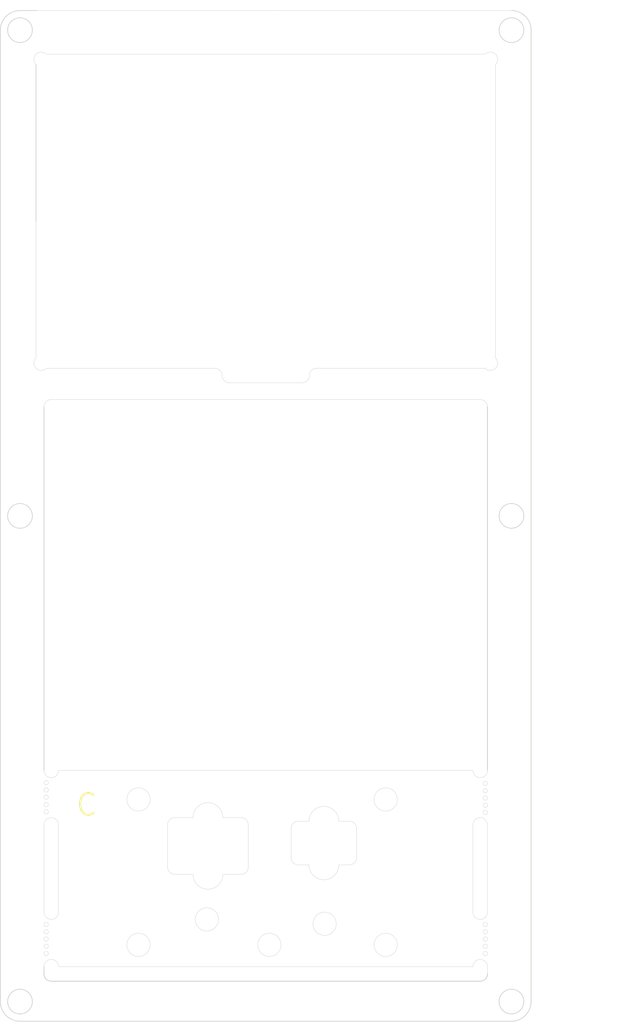
<source format=kicad_pcb>
(kicad_pcb
	(version 20241229)
	(generator "pcbnew")
	(generator_version "9.0")
	(general
		(thickness 1.6)
		(legacy_teardrops no)
	)
	(paper "A4")
	(layers
		(0 "F.Cu" signal)
		(2 "B.Cu" signal)
		(9 "F.Adhes" user "F.Adhesive")
		(11 "B.Adhes" user "B.Adhesive")
		(13 "F.Paste" user)
		(15 "B.Paste" user)
		(5 "F.SilkS" user "F.Silkscreen")
		(7 "B.SilkS" user "B.Silkscreen")
		(1 "F.Mask" user)
		(3 "B.Mask" user)
		(17 "Dwgs.User" user "User.Drawings")
		(19 "Cmts.User" user "User.Comments")
		(21 "Eco1.User" user "User.Eco1")
		(23 "Eco2.User" user "User.Eco2")
		(25 "Edge.Cuts" user)
		(27 "Margin" user)
		(31 "F.CrtYd" user "F.Courtyard")
		(29 "B.CrtYd" user "B.Courtyard")
		(35 "F.Fab" user)
		(33 "B.Fab" user)
		(39 "User.1" user)
		(41 "User.2" user)
		(43 "User.3" user)
		(45 "User.4" user)
	)
	(setup
		(stackup
			(layer "F.SilkS"
				(type "Top Silk Screen")
				(color "White")
			)
			(layer "F.Paste"
				(type "Top Solder Paste")
			)
			(layer "F.Mask"
				(type "Top Solder Mask")
				(color "Black")
				(thickness 0.01)
			)
			(layer "F.Cu"
				(type "copper")
				(thickness 0.035)
			)
			(layer "dielectric 1"
				(type "core")
				(thickness 1.51)
				(material "FR4")
				(epsilon_r 4.5)
				(loss_tangent 0.02)
			)
			(layer "B.Cu"
				(type "copper")
				(thickness 0.035)
			)
			(layer "B.Mask"
				(type "Bottom Solder Mask")
				(color "Black")
				(thickness 0.01)
			)
			(layer "B.Paste"
				(type "Bottom Solder Paste")
			)
			(layer "B.SilkS"
				(type "Bottom Silk Screen")
				(color "White")
			)
			(copper_finish "None")
			(dielectric_constraints no)
		)
		(pad_to_mask_clearance 0)
		(allow_soldermask_bridges_in_footprints no)
		(tenting front back)
		(pcbplotparams
			(layerselection 0x00000000_00000000_55555555_5755f5ff)
			(plot_on_all_layers_selection 0x00000000_00000000_00000000_00000000)
			(disableapertmacros no)
			(usegerberextensions no)
			(usegerberattributes yes)
			(usegerberadvancedattributes yes)
			(creategerberjobfile yes)
			(dashed_line_dash_ratio 12.000000)
			(dashed_line_gap_ratio 3.000000)
			(svgprecision 4)
			(plotframeref no)
			(mode 1)
			(useauxorigin no)
			(hpglpennumber 1)
			(hpglpenspeed 20)
			(hpglpendiameter 15.000000)
			(pdf_front_fp_property_popups yes)
			(pdf_back_fp_property_popups yes)
			(pdf_metadata yes)
			(pdf_single_document no)
			(dxfpolygonmode yes)
			(dxfimperialunits yes)
			(dxfusepcbnewfont yes)
			(psnegative no)
			(psa4output no)
			(plot_black_and_white yes)
			(sketchpadsonfab no)
			(plotpadnumbers no)
			(hidednponfab no)
			(sketchdnponfab yes)
			(crossoutdnponfab yes)
			(subtractmaskfromsilk no)
			(outputformat 1)
			(mirror no)
			(drillshape 1)
			(scaleselection 1)
			(outputdirectory "")
		)
	)
	(net 0 "")
	(gr_arc
		(start 105 152)
		(mid 106 151)
		(end 107 152)
		(stroke
			(width 0.05)
			(type default)
		)
		(layer "Edge.Cuts")
		(uuid "00cb8f5c-8b58-4a09-a84a-6f3dbd843d99")
	)
	(gr_arc
		(start 106.685787 46)
		(mid 108.100001 46)
		(end 108.1 47.414213)
		(stroke
			(width 0.05)
			(type default)
		)
		(layer "Edge.Cuts")
		(uuid "02ec0906-570c-4090-b39c-2e3ade564c36")
	)
	(gr_line
		(start 42.7 40)
		(end 45 40)
		(stroke
			(width 0.1)
			(type default)
		)
		(layer "Edge.Cuts")
		(uuid "03da9521-2997-45ed-8866-56ec091f66b1")
	)
	(gr_line
		(start 74.1 157.799999)
		(end 74.1 152.000001)
		(stroke
			(width 0.05)
			(type default)
		)
		(layer "Edge.Cuts")
		(uuid "05b33248-add0-47fe-bd41-191dd9a566cc")
	)
	(gr_arc
		(start 71.5 91.2)
		(mid 70.792893 90.907107)
		(end 70.5 90.2)
		(stroke
			(width 0.05)
			(type default)
		)
		(layer "Edge.Cuts")
		(uuid "075728e4-1319-4ba3-9ab1-51770e678a8e")
	)
	(gr_circle
		(center 106.7 146.3)
		(end 106.7 146)
		(stroke
			(width 0.05)
			(type default)
		)
		(fill no)
		(layer "Edge.Cuts")
		(uuid "0a91d8cb-4d06-4809-bd6d-35b4822815f2")
	)
	(gr_circle
		(center 46.3 150.2)
		(end 46.3 149.9)
		(stroke
			(width 0.05)
			(type default)
		)
		(fill no)
		(layer "Edge.Cuts")
		(uuid "0c3ed6fa-7db4-4d88-bc5c-c1eff07f64b6")
	)
	(gr_line
		(start 108.1 87.785787)
		(end 108.1 47.414213)
		(stroke
			(width 0.05)
			(type default)
		)
		(layer "Edge.Cuts")
		(uuid "104647b4-692f-42b1-98a1-bdef209589ca")
	)
	(gr_arc
		(start 113 176.3)
		(mid 112.209188 178.209188)
		(end 110.3 179)
		(stroke
			(width 0.1)
			(type default)
		)
		(layer "Edge.Cuts")
		(uuid "12c491df-6d5c-4236-91e4-49f15a39046b")
	)
	(gr_line
		(start 107 171.5)
		(end 107 172.5)
		(stroke
			(width 0.05)
			(type default)
		)
		(layer "Edge.Cuts")
		(uuid "12f1f1c6-0938-4570-9d50-594e8fe3fe28")
	)
	(gr_circle
		(center 110.3 109.5)
		(end 110.3 111.2)
		(stroke
			(width 0.1)
			(type default)
		)
		(fill no)
		(layer "Edge.Cuts")
		(uuid "153889d4-34cb-4c43-a1d5-4145d67fe626")
	)
	(gr_line
		(start 46 172.5)
		(end 46 171.5)
		(stroke
			(width 0.1)
			(type default)
		)
		(layer "Edge.Cuts")
		(uuid "15acff67-f006-4f4c-9c0e-b49ca3b46e51")
	)
	(gr_line
		(start 80 171.5)
		(end 105 171.5)
		(stroke
			(width 0.05)
			(type default)
		)
		(layer "Edge.Cuts")
		(uuid "191cdb9e-ab26-4742-90ce-92a7bcb49049")
	)
	(gr_circle
		(center 46.3 147.2)
		(end 46.3 146.9)
		(stroke
			(width 0.05)
			(type default)
		)
		(fill no)
		(layer "Edge.Cuts")
		(uuid "1dec793b-e29b-4530-9951-a8e4af820371")
	)
	(gr_line
		(start 113 42.7)
		(end 113 176.3)
		(stroke
			(width 0.1)
			(type default)
		)
		(layer "Edge.Cuts")
		(uuid "23b3c35a-1e6a-41e7-b0ed-63e1b9296089")
	)
	(gr_circle
		(center 84.6 165.6)
		(end 86.2 165.6)
		(stroke
			(width 0.05)
			(type default)
		)
		(fill no)
		(layer "Edge.Cuts")
		(uuid "28b191db-7172-4161-b0e2-0e8804fdaff7")
	)
	(gr_arc
		(start 110.3 40)
		(mid 112.209188 40.790812)
		(end 113 42.7)
		(stroke
			(width 0.1)
			(type default)
		)
		(layer "Edge.Cuts")
		(uuid "28b1f8fc-31b1-4ab6-83b6-5c1ef9daf9ed")
	)
	(gr_arc
		(start 106 93.5)
		(mid 106.707107 93.792893)
		(end 107 94.5)
		(stroke
			(width 0.05)
			(type default)
		)
		(layer "Edge.Cuts")
		(uuid "2acbc4bc-8bd6-4d29-aa09-925e73b33fba")
	)
	(gr_line
		(start 48 152)
		(end 48 164)
		(stroke
			(width 0.05)
			(type default)
		)
		(layer "Edge.Cuts")
		(uuid "2b8d93b4-a565-4fea-80f7-4fb3de7747dd")
	)
	(gr_line
		(start 80 152.5)
		(end 80 156.5)
		(stroke
			(width 0.05)
			(type default)
		)
		(layer "Edge.Cuts")
		(uuid "2bb900bd-8469-4119-a536-11750e62a7ee")
	)
	(gr_arc
		(start 47 173.5)
		(mid 46.292893 173.207107)
		(end 46 172.5)
		(stroke
			(width 0.12)
			(type default)
		)
		(layer "Edge.Cuts")
		(uuid "31d0beae-5fc2-42a9-8549-607eb7cd5fa9")
	)
	(gr_arc
		(start 82.5 90.2)
		(mid 82.207107 90.907107)
		(end 81.5 91.2)
		(stroke
			(width 0.05)
			(type default)
		)
		(layer "Edge.Cuts")
		(uuid "332447cc-3846-4f99-850a-3c3e87f5f040")
	)
	(gr_arc
		(start 48 164)
		(mid 47 165)
		(end 46 164)
		(stroke
			(width 0.05)
			(type default)
		)
		(layer "Edge.Cuts")
		(uuid "349fa513-716b-4fc7-bb72-e1650a0281fb")
	)
	(gr_arc
		(start 46 152)
		(mid 47 151)
		(end 48 152)
		(stroke
			(width 0.05)
			(type default)
		)
		(layer "Edge.Cuts")
		(uuid "38fe099d-4bb9-4949-8d72-2964baefd2b0")
	)
	(gr_circle
		(center 46.3 166.7)
		(end 46.3 166.4)
		(stroke
			(width 0.05)
			(type default)
		)
		(fill no)
		(layer "Edge.Cuts")
		(uuid "3e1bea2c-771f-4aff-8582-1ca40bf21112")
	)
	(gr_line
		(start 44.9 69)
		(end 44.9 47.414213)
		(stroke
			(width 0.1)
			(type default)
		)
		(layer "Edge.Cuts")
		(uuid "3ec46e76-2f34-485f-872f-96acd1a95f69")
	)
	(gr_arc
		(start 105 171.5)
		(mid 106 170.5)
		(end 107 171.5)
		(stroke
			(width 0.05)
			(type default)
		)
		(layer "Edge.Cuts")
		(uuid "4033fd26-5e84-4aa2-8c45-f76c4245b38e")
	)
	(gr_circle
		(center 106.7 165.7)
		(end 106.7 165.4)
		(stroke
			(width 0.05)
			(type default)
		)
		(fill no)
		(layer "Edge.Cuts")
		(uuid "42660605-cbd8-42fc-97e0-2f9fa3ea96e4")
	)
	(gr_circle
		(center 106.7 149.3)
		(end 106.7 149)
		(stroke
			(width 0.05)
			(type default)
		)
		(fill no)
		(layer "Edge.Cuts")
		(uuid "46de5991-b75b-4074-a0b2-6cf8f9bace24")
	)
	(gr_arc
		(start 89 156.5)
		(mid 88.707107 157.207107)
		(end 88 157.5)
		(stroke
			(width 0.05)
			(type default)
		)
		(layer "Edge.Cuts")
		(uuid "4be16552-ae27-41f0-9e51-93d434fc0a82")
	)
	(gr_arc
		(start 107 172.5)
		(mid 106.707107 173.207107)
		(end 106 173.5)
		(stroke
			(width 0.12)
			(type default)
		)
		(layer "Edge.Cuts")
		(uuid "4e9065df-c662-469e-8a53-fc2c56a789fc")
	)
	(gr_line
		(start 70.6 151)
		(end 73.1 151.000001)
		(stroke
			(width 0.05)
			(type default)
		)
		(layer "Edge.Cuts")
		(uuid "4f0faede-6c9a-420b-8097-7cceb072eb1f")
	)
	(gr_line
		(start 101.5 144.5)
		(end 48 144.5)
		(stroke
			(width 0.05)
			(type default)
		)
		(layer "Edge.Cuts")
		(uuid "52afbd05-164f-4eb3-8128-1922b899916a")
	)
	(gr_arc
		(start 40 42.7)
		(mid 40.790812 40.790812)
		(end 42.7 40)
		(stroke
			(width 0.1)
			(type default)
		)
		(layer "Edge.Cuts")
		(uuid "554b3cba-78c8-4bb6-80ad-0f24379d5aaa")
	)
	(gr_circle
		(center 46.3 169.7)
		(end 46.3 169.4)
		(stroke
			(width 0.05)
			(type default)
		)
		(fill no)
		(layer "Edge.Cuts")
		(uuid "56f76627-f5bc-4126-9745-2f010e83635f")
	)
	(gr_line
		(start 62.999999 152)
		(end 63 157.799999)
		(stroke
			(width 0.05)
			(type default)
		)
		(layer "Edge.Cuts")
		(uuid "5889f9bc-5a25-4a15-9ab7-df2134011a21")
	)
	(gr_arc
		(start 74.099999 157.799999)
		(mid 73.807106 158.507106)
		(end 73.099999 158.799999)
		(stroke
			(width 0.05)
			(type default)
		)
		(layer "Edge.Cuts")
		(uuid "5b91a6ca-618f-41ab-9f21-a076fb856d17")
	)
	(gr_circle
		(center 106.7 150.3)
		(end 106.7 150)
		(stroke
			(width 0.05)
			(type default)
		)
		(fill no)
		(layer "Edge.Cuts")
		(uuid "5c506ce9-ebb1-4f5a-a52e-915d680a0e33")
	)
	(gr_line
		(start 71.5 91.2)
		(end 81.5 91.2)
		(stroke
			(width 0.05)
			(type default)
		)
		(layer "Edge.Cuts")
		(uuid "5cdb7723-2033-4cb8-aeaf-62b5c1e9675a")
	)
	(gr_line
		(start 69.5 89.2)
		(end 46.314213 89.2)
		(stroke
			(width 0.05)
			(type default)
		)
		(layer "Edge.Cuts")
		(uuid "656bacef-036b-4bec-ae4f-c0164c1d2d10")
	)
	(gr_arc
		(start 80 152.5)
		(mid 80.292893 151.792893)
		(end 81 151.5)
		(stroke
			(width 0.05)
			(type default)
		)
		(layer "Edge.Cuts")
		(uuid "658c9280-e5c9-487e-bbbb-a297c2b326a4")
	)
	(gr_circle
		(center 46.3 146.2)
		(end 46.3 145.9)
		(stroke
			(width 0.05)
			(type default)
		)
		(fill no)
		(layer "Edge.Cuts")
		(uuid "67888064-6058-41ce-9d98-64166139a2c9")
	)
	(gr_line
		(start 105 164)
		(end 105 152)
		(stroke
			(width 0.05)
			(type default)
		)
		(layer "Edge.Cuts")
		(uuid "690a9052-ee8d-41b3-9057-22df12a04903")
	)
	(gr_line
		(start 74 171.5)
		(end 80 171.5)
		(stroke
			(width 0.05)
			(type default)
		)
		(layer "Edge.Cuts")
		(uuid "6ab28065-e1ee-4bee-90e0-34b42f800588")
	)
	(gr_circle
		(center 46.3 148.2)
		(end 46.3 147.9)
		(stroke
			(width 0.05)
			(type default)
		)
		(fill no)
		(layer "Edge.Cuts")
		(uuid "6af64201-6489-4fcf-a614-3cb38f99933c")
	)
	(gr_arc
		(start 82.45 151.5)
		(mid 84.5 149.450001)
		(end 86.55 151.5)
		(stroke
			(width 0.05)
			(type default)
		)
		(layer "Edge.Cuts")
		(uuid "6c1125f1-c011-416f-b9fe-7dfe4e3b2009")
	)
	(gr_line
		(start 46 94.5)
		(end 46 144.5)
		(stroke
			(width 0.1)
			(type default)
		)
		(layer "Edge.Cuts")
		(uuid "6d144bfb-3620-44d8-a708-e4e1b310527b")
	)
	(gr_circle
		(center 42.7 176.3)
		(end 42.7 178)
		(stroke
			(width 0.1)
			(type default)
		)
		(fill no)
		(layer "Edge.Cuts")
		(uuid "70738adf-8190-4e8f-a67a-9088adaec68f")
	)
	(gr_line
		(start 81 157.5)
		(end 82.45 157.500001)
		(stroke
			(width 0.05)
			(type default)
		)
		(layer "Edge.Cuts")
		(uuid "7157d782-b08a-4447-8e4c-24f33ad2266c")
	)
	(gr_line
		(start 101.5 144.5)
		(end 105 144.5)
		(stroke
			(width 0.05)
			(type default)
		)
		(layer "Edge.Cuts")
		(uuid "71fce9f7-48d1-4c35-ade1-d67b6f2f403b")
	)
	(gr_line
		(start 64 151)
		(end 66.5 151)
		(stroke
			(width 0.05)
			(type default)
		)
		(layer "Edge.Cuts")
		(uuid "74bbde4c-e381-48b7-b75f-5967f72082a1")
	)
	(gr_circle
		(center 68.4 165)
		(end 70 165)
		(stroke
			(width 0.05)
			(type default)
		)
		(fill no)
		(layer "Edge.Cuts")
		(uuid "7860f9b8-a168-4c0b-aaee-2a8d2ca45879")
	)
	(gr_line
		(start 78 40)
		(end 110.3 40)
		(stroke
			(width 0.05)
			(type default)
		)
		(layer "Edge.Cuts")
		(uuid "7c95538a-a23a-48e7-896e-e8ec63f8bfec")
	)
	(gr_line
		(start 47 93.5)
		(end 106 93.5)
		(stroke
			(width 0.05)
			(type default)
		)
		(layer "Edge.Cuts")
		(uuid "7d3bcadf-3949-477f-bf1f-de5d89049ced")
	)
	(gr_arc
		(start 63 152)
		(mid 63.292893 151.292893)
		(end 64 151)
		(stroke
			(width 0.05)
			(type default)
		)
		(layer "Edge.Cuts")
		(uuid "7f0aecb8-5bc8-4dd4-b3e1-016cde7261f2")
	)
	(gr_arc
		(start 81 157.5)
		(mid 80.292893 157.207107)
		(end 80 156.5)
		(stroke
			(width 0.05)
			(type default)
		)
		(layer "Edge.Cuts")
		(uuid "818a77cf-54da-40ec-907a-b7e6b21a8e5a")
	)
	(gr_arc
		(start 82.5 90.2)
		(mid 82.792893 89.492893)
		(end 83.5 89.2)
		(stroke
			(width 0.05)
			(type default)
		)
		(layer "Edge.Cuts")
		(uuid "858e6f59-4fec-4383-9059-e1652fe3b7fb")
	)
	(gr_line
		(start 89 152.5)
		(end 89 156.5)
		(stroke
			(width 0.05)
			(type default)
		)
		(layer "Edge.Cuts")
		(uuid "8799f7c3-ee35-45f8-802f-9f2dbb32faef")
	)
	(gr_circle
		(center 93 148.5)
		(end 94.6 148.5)
		(stroke
			(width 0.05)
			(type default)
		)
		(fill no)
		(layer "Edge.Cuts")
		(uuid "87b799e2-da4f-4d72-9fd4-637ac3d02c9f")
	)
	(gr_circle
		(center 106.7 169.7)
		(end 106.7 169.4)
		(stroke
			(width 0.05)
			(type default)
		)
		(fill no)
		(layer "Edge.Cuts")
		(uuid "87cc0729-af0e-467f-9f61-2623579ec92f")
	)
	(gr_line
		(start 46 152)
		(end 46 164)
		(stroke
			(width 0.05)
			(type default)
		)
		(layer "Edge.Cuts")
		(uuid "8faa9739-8cbb-4c5e-8b07-5a89cbb45c30")
	)
	(gr_line
		(start 45 40)
		(end 78 40)
		(stroke
			(width 0.05)
			(type default)
		)
		(layer "Edge.Cuts")
		(uuid "908aee2a-7d68-4ea0-a33b-23ce0fdda57d")
	)
	(gr_circle
		(center 106.7 148.3)
		(end 106.7 148)
		(stroke
			(width 0.05)
			(type default)
		)
		(fill no)
		(layer "Edge.Cuts")
		(uuid "91303e30-802f-47da-816d-d78de703d81b")
	)
	(gr_line
		(start 81 151.500001)
		(end 82.45 151.5)
		(stroke
			(width 0.05)
			(type default)
		)
		(layer "Edge.Cuts")
		(uuid "92ca61f4-13a0-45ee-8875-e61850f9f169")
	)
	(gr_circle
		(center 106.7 167.7)
		(end 106.7 167.4)
		(stroke
			(width 0.05)
			(type default)
		)
		(fill no)
		(layer "Edge.Cuts")
		(uuid "941845cf-0916-4a87-94a6-2c8eb6413541")
	)
	(gr_circle
		(center 46.3 165.7)
		(end 46.3 165.4)
		(stroke
			(width 0.05)
			(type default)
		)
		(fill no)
		(layer "Edge.Cuts")
		(uuid "94edebd8-6575-4518-870b-50b504aeedcd")
	)
	(gr_circle
		(center 110.3 176.3)
		(end 110.3 178)
		(stroke
			(width 0.1)
			(type default)
		)
		(fill no)
		(layer "Edge.Cuts")
		(uuid "95e4270e-8605-4163-9aaa-57971b97f805")
	)
	(gr_line
		(start 88 157.5)
		(end 86.55 157.500001)
		(stroke
			(width 0.05)
			(type default)
		)
		(layer "Edge.Cuts")
		(uuid "9aebdbb4-662a-4412-847f-a43aa46112be")
	)
	(gr_line
		(start 107 144.5)
		(end 107 94.5)
		(stroke
			(width 0.12)
			(type default)
		)
		(layer "Edge.Cuts")
		(uuid "9b5248a5-01c9-43ac-9fd9-0037c1abc2c6")
	)
	(gr_arc
		(start 46 171.5)
		(mid 47 170.5)
		(end 48 171.5)
		(stroke
			(width 0.05)
			(type default)
		)
		(layer "Edge.Cuts")
		(uuid "a2106d71-03ed-410d-91ff-2798309f2336")
	)
	(gr_circle
		(center 59 168.5)
		(end 60.6 168.5)
		(stroke
			(width 0.05)
			(type default)
		)
		(fill no)
		(layer "Edge.Cuts")
		(uuid "a2520ff9-0d16-46b0-a0a0-c85dfcfb3aad")
	)
	(gr_line
		(start 110.3 179)
		(end 42.7 179)
		(stroke
			(width 0.1)
			(type default)
		)
		(layer "Edge.Cuts")
		(uuid "a2c740f5-ecd3-4017-a407-57e417100f10")
	)
	(gr_circle
		(center 77 168.5)
		(end 78.6 168.5)
		(stroke
			(width 0.05)
			(type default)
		)
		(fill no)
		(layer "Edge.Cuts")
		(uuid "a403989d-e715-4d6d-ba47-9b356fc66033")
	)
	(gr_line
		(start 70.6 158.8)
		(end 73.1 158.799999)
		(stroke
			(width 0.05)
			(type default)
		)
		(layer "Edge.Cuts")
		(uuid "a60279e6-dafa-4aec-8efd-9c65823d95d4")
	)
	(gr_arc
		(start 73.099999 151.000001)
		(mid 73.807106 151.292894)
		(end 74.099999 152.000001)
		(stroke
			(width 0.05)
			(type default)
		)
		(layer "Edge.Cuts")
		(uuid "a60c9032-8370-40ff-b854-90124c034617")
	)
	(gr_arc
		(start 70.6 158.8)
		(mid 68.55 160.849999)
		(end 66.5 158.8)
		(stroke
			(width 0.05)
			(type default)
		)
		(layer "Edge.Cuts")
		(uuid "a7b3c519-0d99-452c-b449-133f62458341")
	)
	(gr_circle
		(center 106.7 147.3)
		(end 106.7 147)
		(stroke
			(width 0.05)
			(type default)
		)
		(fill no)
		(layer "Edge.Cuts")
		(uuid "a8174cce-fb65-428c-bdfd-9b56fc22b476")
	)
	(gr_arc
		(start 88 151.5)
		(mid 88.707107 151.792893)
		(end 89 152.5)
		(stroke
			(width 0.05)
			(type default)
		)
		(layer "Edge.Cuts")
		(uuid "ae21f160-2a60-4c7b-964d-73d35bd55ecb")
	)
	(gr_line
		(start 106.685787 46)
		(end 46.314213 46)
		(stroke
			(width 0.05)
			(type default)
		)
		(layer "Edge.Cuts")
		(uuid "b1af3843-ba68-4296-ab8e-a7802993e1ac")
	)
	(gr_arc
		(start 44.9 47.414213)
		(mid 44.9 46)
		(end 46.314213 46)
		(stroke
			(width 0.05)
			(type default)
		)
		(layer "Edge.Cuts")
		(uuid "b2a4be4f-63e3-4ea0-b2e5-cc6d03b2f816")
	)
	(gr_circle
		(center 42.7 109.5)
		(end 42.7 111.2)
		(stroke
			(width 0.1)
			(type default)
		)
		(fill no)
		(layer "Edge.Cuts")
		(uuid "b4064597-883f-4429-aa53-f00cdf61b297")
	)
	(gr_circle
		(center 93 168.5)
		(end 94.6 168.5)
		(stroke
			(width 0.05)
			(type default)
		)
		(fill no)
		(layer "Edge.Cuts")
		(uuid "b7cebf31-3462-4088-b2fb-452c16794613")
	)
	(gr_circle
		(center 106.7 166.7)
		(end 106.7 166.4)
		(stroke
			(width 0.05)
			(type default)
		)
		(fill no)
		(layer "Edge.Cuts")
		(uuid "b81bc6fc-93d7-4f59-bd7c-8a7a5dbe6acb")
	)
	(gr_line
		(start 48 171.5)
		(end 74 171.5)
		(stroke
			(width 0.05)
			(type default)
		)
		(layer "Edge.Cuts")
		(uuid "b941eaf1-189c-4df7-bb3a-c778ac70b000")
	)
	(gr_line
		(start 44.9 87.785787)
		(end 44.9 69)
		(stroke
			(width 0.05)
			(type default)
		)
		(layer "Edge.Cuts")
		(uuid "bc5a6445-5341-4310-b125-5a001b48d932")
	)
	(gr_line
		(start 64 158.799999)
		(end 66.5 158.8)
		(stroke
			(width 0.05)
			(type default)
		)
		(layer "Edge.Cuts")
		(uuid "c1130015-76c1-45ff-9a14-689aea1d3899")
	)
	(gr_line
		(start 47 173.5)
		(end 106 173.5)
		(stroke
			(width 0.12)
			(type default)
		)
		(layer "Edge.Cuts")
		(uuid "c1599a20-5062-4407-bfbd-ad37215c8737")
	)
	(gr_arc
		(start 86.55 157.500001)
		(mid 84.5 159.55)
		(end 82.45 157.500001)
		(stroke
			(width 0.05)
			(type default)
		)
		(layer "Edge.Cuts")
		(uuid "c89a82be-9d28-4b35-bf4d-d1b68f7dc2e4")
	)
	(gr_arc
		(start 69.5 89.2)
		(mid 70.207107 89.492893)
		(end 70.5 90.2)
		(stroke
			(width 0.05)
			(type default)
		)
		(layer "Edge.Cuts")
		(uuid "cb417699-7c57-4bff-83a5-d871ef94fd7c")
	)
	(gr_arc
		(start 46 94.5)
		(mid 46.292893 93.792893)
		(end 47 93.5)
		(stroke
			(width 0.05)
			(type default)
		)
		(layer "Edge.Cuts")
		(uuid "cbfaad11-e3a4-4248-b4ad-7bc5b00e7cda")
	)
	(gr_circle
		(center 42.7 42.7)
		(end 42.7 44.4)
		(stroke
			(width 0.1)
			(type default)
		)
		(fill no)
		(layer "Edge.Cuts")
		(uuid "cd83d425-d6f4-40eb-a2e3-df8aa50c97a8")
	)
	(gr_arc
		(start 108.1 87.785787)
		(mid 108.100001 89.200001)
		(end 106.685787 89.2)
		(stroke
			(width 0.05)
			(type default)
		)
		(layer "Edge.Cuts")
		(uuid "d1508a84-c099-4099-9586-cf9a6223e97e")
	)
	(gr_circle
		(center 46.3 149.2)
		(end 46.3 148.9)
		(stroke
			(width 0.05)
			(type default)
		)
		(fill no)
		(layer "Edge.Cuts")
		(uuid "d29c79f2-2bf2-425c-85c0-807176a1a19f")
	)
	(gr_line
		(start 86.55 151.5)
		(end 88 151.500001)
		(stroke
			(width 0.05)
			(type default)
		)
		(layer "Edge.Cuts")
		(uuid "d74d2f01-343b-40bd-bd7a-ffd1e7428ba9")
	)
	(gr_circle
		(center 59 148.5)
		(end 60.6 148.5)
		(stroke
			(width 0.05)
			(type default)
		)
		(fill no)
		(layer "Edge.Cuts")
		(uuid "d9505c3e-efd2-49e8-b342-727307567779")
	)
	(gr_arc
		(start 66.5 151)
		(mid 68.55 148.950001)
		(end 70.6 151)
		(stroke
			(width 0.05)
			(type default)
		)
		(layer "Edge.Cuts")
		(uuid "da9a816c-29bf-496d-8af3-8ef7d220d373")
	)
	(gr_circle
		(center 110.3 42.7)
		(end 110.3 44.4)
		(stroke
			(width 0.1)
			(type default)
		)
		(fill no)
		(layer "Edge.Cuts")
		(uuid "dcd0cba9-d940-4c48-87a4-f8bfef20402b")
	)
	(gr_arc
		(start 64.000001 158.799999)
		(mid 63.292894 158.507106)
		(end 63.000001 157.799999)
		(stroke
			(width 0.05)
			(type default)
		)
		(layer "Edge.Cuts")
		(uuid "e0c49e84-12ee-4dc6-a51e-0938ea5dc7ee")
	)
	(gr_circle
		(center 106.7 168.7)
		(end 106.7 168.4)
		(stroke
			(width 0.05)
			(type default)
		)
		(fill no)
		(layer "Edge.Cuts")
		(uuid "e23f40a7-1f9e-494f-b809-78e700e0b700")
	)
	(gr_circle
		(center 46.3 168.7)
		(end 46.3 168.4)
		(stroke
			(width 0.05)
			(type default)
		)
		(fill no)
		(layer "Edge.Cuts")
		(uuid "e4274a1d-3dc7-43b8-8713-2af6f6e14f21")
	)
	(gr_arc
		(start 46.314213 89.2)
		(mid 44.900001 89.2)
		(end 44.9 87.785787)
		(stroke
			(width 0.05)
			(type default)
		)
		(layer "Edge.Cuts")
		(uuid "e5cc6612-7f6b-4f50-a4d9-06a9cea6ad62")
	)
	(gr_arc
		(start 48 144.5)
		(mid 47 145.5)
		(end 46 144.5)
		(stroke
			(width 0.05)
			(type default)
		)
		(layer "Edge.Cuts")
		(uuid "e7af9933-7e9e-4981-92e3-261a145d5439")
	)
	(gr_arc
		(start 107 144.5)
		(mid 106 145.5)
		(end 105 144.5)
		(stroke
			(width 0.05)
			(type default)
		)
		(layer "Edge.Cuts")
		(uuid "e88e1200-3ce2-4c8f-a10e-acd7a01af8a2")
	)
	(gr_line
		(start 40 176.3)
		(end 40 42.7)
		(stroke
			(width 0.1)
			(type default)
		)
		(layer "Edge.Cuts")
		(uuid "f1e77419-166f-4978-b884-17fa0203e153")
	)
	(gr_line
		(start 107 152)
		(end 107 164)
		(stroke
			(width 0.05)
			(type default)
		)
		(layer "Edge.Cuts")
		(uuid "f4d38e4f-d70c-4d70-b9a2-859fa013768e")
	)
	(gr_arc
		(start 107 164)
		(mid 106 165)
		(end 105 164)
		(stroke
			(width 0.05)
			(type default)
		)
		(layer "Edge.Cuts")
		(uuid "f7c87db9-a440-4de9-82e8-8b0efdb1aef0")
	)
	(gr_arc
		(start 42.7 179)
		(mid 40.790812 178.209188)
		(end 40 176.3)
		(stroke
			(width 0.1)
			(type default)
		)
		(layer "Edge.Cuts")
		(uuid "fd538f39-6374-4043-91f2-646c3f7a1485")
	)
	(gr_circle
		(center 46.3 167.7)
		(end 46.3 167.4)
		(stroke
			(width 0.05)
			(type default)
		)
		(fill no)
		(layer "Edge.Cuts")
		(uuid "fe49eec7-f28d-443a-9f33-c7a14f70aa1e")
	)
	(gr_line
		(start 83.5 89.2)
		(end 106.685787 89.2)
		(stroke
			(width 0.05)
			(type default)
		)
		(layer "Edge.Cuts")
		(uuid "ffa18893-7b22-4583-b00c-5480b8697eed")
	)
	(gr_text "C"
		(at 50.2 151 0)
		(layer "F.SilkS")
		(uuid "28fbe715-ca45-4d34-88fd-da0726401b87")
		(effects
			(font
				(size 3 3)
				(thickness 0.3)
			)
			(justify left bottom)
		)
	)
	(gr_text "PCB3D_TL_SPACER3"
		(at 40 40 0)
		(layer "Cmts.User")
		(uuid "5e42db42-f72d-4b81-8ad7-58089bf274a2")
		(effects
			(font
				(size 1 1)
				(thickness 0.15)
			)
			(justify left bottom)
		)
	)
	(gr_text "PCB3D_BR_SPACER3"
		(at 113 179 0)
		(layer "Cmts.User")
		(uuid "fce51c43-a14f-4a4d-a5d9-40d68eab9886")
		(effects
			(font
				(size 1 1)
				(thickness 0.15)
			)
			(justify left bottom)
		)
	)
	(embedded_fonts no)
)

</source>
